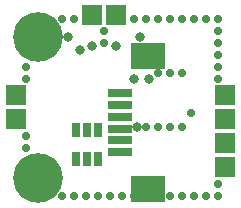
<source format=gbs>
G04*
G04 #@! TF.GenerationSoftware,Altium Limited,Altium Designer,22.9.1 (49)*
G04*
G04 Layer_Color=16711935*
%FSLAX25Y25*%
%MOIN*%
G70*
G04*
G04 #@! TF.SameCoordinates,15CD16B4-1F33-4ED9-8E61-9E20C37C55A6*
G04*
G04*
G04 #@! TF.FilePolarity,Negative*
G04*
G01*
G75*
%ADD26R,0.06800X0.06800*%
%ADD27R,0.06800X0.06800*%
%ADD28C,0.16548*%
%ADD29C,0.02800*%
%ADD30C,0.03162*%
%ADD39R,0.03162X0.05131*%
%ADD40R,0.08280X0.03162*%
%ADD41R,0.11824X0.09068*%
D26*
X450606Y325606D02*
D03*
Y317606D02*
D03*
X520394Y325606D02*
D03*
Y301606D02*
D03*
Y309606D02*
D03*
Y317606D02*
D03*
D27*
X484000Y352394D02*
D03*
X476000D02*
D03*
D28*
X458000Y345000D02*
D03*
Y298000D02*
D03*
D29*
X509072Y319744D02*
D03*
X506000Y315000D02*
D03*
X518000Y331000D02*
D03*
X506000Y333000D02*
D03*
X502000D02*
D03*
X498000D02*
D03*
X480000Y343000D02*
D03*
Y347000D02*
D03*
X494000Y315000D02*
D03*
X498000D02*
D03*
X502000D02*
D03*
X454000Y312000D02*
D03*
Y308000D02*
D03*
X466000Y292000D02*
D03*
X470000D02*
D03*
X474000D02*
D03*
X478000D02*
D03*
X482000D02*
D03*
X486000D02*
D03*
X490000D02*
D03*
X494000D02*
D03*
X498000D02*
D03*
X502000D02*
D03*
X506000D02*
D03*
X510000D02*
D03*
X514000D02*
D03*
X518000D02*
D03*
Y296000D02*
D03*
X454000Y331000D02*
D03*
Y335000D02*
D03*
X466000Y351000D02*
D03*
X470000D02*
D03*
X518000Y335000D02*
D03*
Y339000D02*
D03*
Y343000D02*
D03*
Y347000D02*
D03*
Y351000D02*
D03*
X514000D02*
D03*
X510000D02*
D03*
X506000D02*
D03*
X502000D02*
D03*
X498000D02*
D03*
X494000D02*
D03*
X490000D02*
D03*
D30*
X491000Y315000D02*
D03*
X476000Y342000D02*
D03*
X484000D02*
D03*
X472020Y340835D02*
D03*
X468000Y345000D02*
D03*
X492000D02*
D03*
X490000Y331000D02*
D03*
X495000D02*
D03*
D39*
X470520Y304339D02*
D03*
X474260D02*
D03*
X478000D02*
D03*
Y314181D02*
D03*
X474260D02*
D03*
X470520D02*
D03*
D40*
X485374Y314531D02*
D03*
Y322406D02*
D03*
Y306658D02*
D03*
Y326343D02*
D03*
Y310595D02*
D03*
Y318468D02*
D03*
D41*
X494626Y338744D02*
D03*
Y294256D02*
D03*
M02*

</source>
